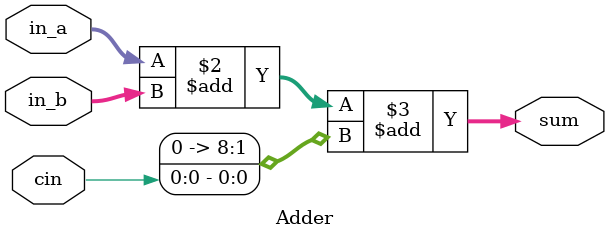
<source format=sv>
`timescale 1ns / 1ps


module Adder #(parameter int WIDTH = 8) (
    input logic [WIDTH-1:0] in_a,
    input logic [WIDTH-1:0] in_b,
    input logic             cin,
    output logic [WIDTH:0] sum
);

    always_comb begin
        sum = in_a + in_b + {8'b0, cin};
    end
endmodule

</source>
